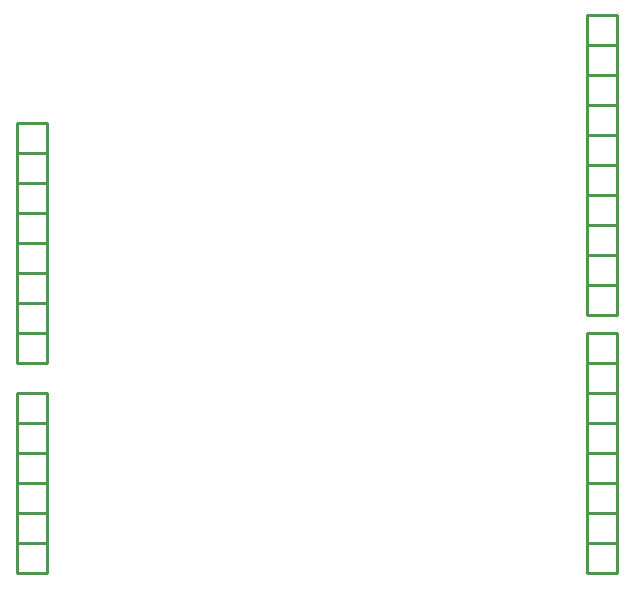
<source format=gbo>
G04 Layer: BottomSilkscreenLayer*
G04 EasyEDA v6.5.38, 2023-11-18 20:37:54*
G04 b8ba80685cd040f094fae154fa66d560,1f58bdd708a443c08c5fadb9c6478ee0,10*
G04 Gerber Generator version 0.2*
G04 Scale: 100 percent, Rotated: No, Reflected: No *
G04 Dimensions in millimeters *
G04 leading zeros omitted , absolute positions ,4 integer and 5 decimal *
%FSLAX45Y45*%
%MOMM*%

%ADD10C,0.2540*%

%LPD*%
D10*
X4952974Y4851400D02*
G01*
X5206974Y4851400D01*
X5206974Y5105400D01*
X4952974Y5105400D01*
X4952974Y4851400D01*
X4952974Y4597400D02*
G01*
X5206974Y4597400D01*
X5206974Y4851400D01*
X4952974Y4851400D01*
X4952974Y4597400D01*
X4952974Y4343400D02*
G01*
X5206974Y4343400D01*
X5206974Y4597400D01*
X4952974Y4597400D01*
X4952974Y4343400D01*
X4952974Y4089400D02*
G01*
X5206974Y4089400D01*
X5206974Y4343400D01*
X4952974Y4343400D01*
X4952974Y4089400D01*
X4952974Y3835400D02*
G01*
X5206974Y3835400D01*
X5206974Y4089400D01*
X4952974Y4089400D01*
X4952974Y3835400D01*
X4952974Y3581400D02*
G01*
X5206974Y3581400D01*
X5206974Y3835400D01*
X4952974Y3835400D01*
X4952974Y3581400D01*
X4952974Y3327400D02*
G01*
X5206974Y3327400D01*
X5206974Y3581400D01*
X4952974Y3581400D01*
X4952974Y3327400D01*
X4952974Y3073400D02*
G01*
X5206974Y3073400D01*
X5206974Y3327400D01*
X4952974Y3327400D01*
X4952974Y3073400D01*
X4952974Y2819400D02*
G01*
X5206974Y2819400D01*
X5206974Y3073400D01*
X4952974Y3073400D01*
X4952974Y2819400D01*
X4952974Y2565400D02*
G01*
X5206974Y2565400D01*
X5206974Y2819400D01*
X4952974Y2819400D01*
X4952974Y2565400D01*
X4952974Y2159000D02*
G01*
X5206974Y2159000D01*
X5206974Y2413000D01*
X4952974Y2413000D01*
X4952974Y2159000D01*
X4952974Y1905000D02*
G01*
X5206974Y1905000D01*
X5206974Y2159000D01*
X4952974Y2159000D01*
X4952974Y1905000D01*
X4952974Y1651000D02*
G01*
X5206974Y1651000D01*
X5206974Y1905000D01*
X4952974Y1905000D01*
X4952974Y1651000D01*
X4952974Y1397000D02*
G01*
X5206974Y1397000D01*
X5206974Y1651000D01*
X4952974Y1651000D01*
X4952974Y1397000D01*
X4952974Y1143000D02*
G01*
X5206974Y1143000D01*
X5206974Y1397000D01*
X4952974Y1397000D01*
X4952974Y1143000D01*
X4952974Y889000D02*
G01*
X5206974Y889000D01*
X5206974Y1143000D01*
X4952974Y1143000D01*
X4952974Y889000D01*
X4952974Y635000D02*
G01*
X5206974Y635000D01*
X5206974Y889000D01*
X4952974Y889000D01*
X4952974Y635000D01*
X4952974Y381000D02*
G01*
X5206974Y381000D01*
X5206974Y635000D01*
X4952974Y635000D01*
X4952974Y381000D01*
X127000Y381000D02*
G01*
X381000Y381000D01*
X381000Y635000D01*
X127000Y635000D01*
X127000Y381000D01*
X127000Y635000D02*
G01*
X381000Y635000D01*
X381000Y889000D01*
X127000Y889000D01*
X127000Y635000D01*
X127000Y889000D02*
G01*
X381000Y889000D01*
X381000Y1143000D01*
X127000Y1143000D01*
X127000Y889000D01*
X127000Y1143000D02*
G01*
X381000Y1143000D01*
X381000Y1397000D01*
X127000Y1397000D01*
X127000Y1143000D01*
X127000Y1397000D02*
G01*
X381000Y1397000D01*
X381000Y1651000D01*
X127000Y1651000D01*
X127000Y1397000D01*
X127000Y1651000D02*
G01*
X381000Y1651000D01*
X381000Y1905000D01*
X127000Y1905000D01*
X127000Y1651000D01*
X127000Y2159000D02*
G01*
X381000Y2159000D01*
X381000Y2413000D01*
X127000Y2413000D01*
X127000Y2159000D01*
X127000Y2413000D02*
G01*
X381000Y2413000D01*
X381000Y2667000D01*
X127000Y2667000D01*
X127000Y2413000D01*
X127000Y2667000D02*
G01*
X381000Y2667000D01*
X381000Y2921000D01*
X127000Y2921000D01*
X127000Y2667000D01*
X127000Y2921000D02*
G01*
X381000Y2921000D01*
X381000Y3175000D01*
X127000Y3175000D01*
X127000Y2921000D01*
X127000Y3175000D02*
G01*
X381000Y3175000D01*
X381000Y3429000D01*
X127000Y3429000D01*
X127000Y3175000D01*
X127000Y3429000D02*
G01*
X381000Y3429000D01*
X381000Y3683000D01*
X127000Y3683000D01*
X127000Y3429000D01*
X127000Y3683000D02*
G01*
X381000Y3683000D01*
X381000Y3937000D01*
X127000Y3937000D01*
X127000Y3683000D01*
X127000Y3937000D02*
G01*
X381000Y3937000D01*
X381000Y4191000D01*
X127000Y4191000D01*
X127000Y3937000D01*
M02*

</source>
